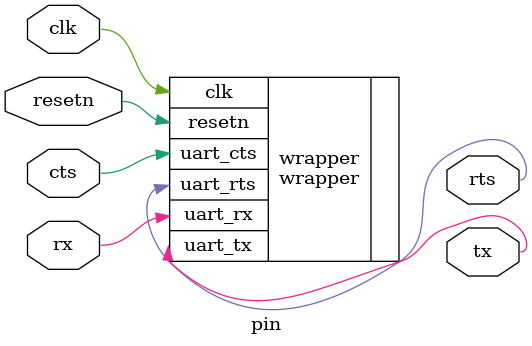
<source format=v>

/* verilator lint_off PINMISSING */

module pin #(
    parameter FIRMWARE_FILE = "fw/pin.mem",
    parameter ROM_ADDR_BITS = 12, // 4K ROM
    parameter RAM_ADDR_BITS = 12, // 4K RAM
    parameter FRAM_ADDR_BITS = 12 // 4k FRAM
) (
    input clk,
    input resetn,
    input rx,
    input cts,
    output tx,
    output rts
);

wrapper #(
    .FIRMWARE_FILE (FIRMWARE_FILE),
    .ROM_ADDR_BITS (ROM_ADDR_BITS),
    .RAM_ADDR_BITS (RAM_ADDR_BITS),
    .FRAM_ADDR_BITS (FRAM_ADDR_BITS)
) wrapper (
    .clk (clk),
    .resetn (resetn),
    .uart_tx (tx),
    .uart_rx (rx),
    .uart_cts (cts),
    .uart_rts (rts)
);

endmodule

</source>
